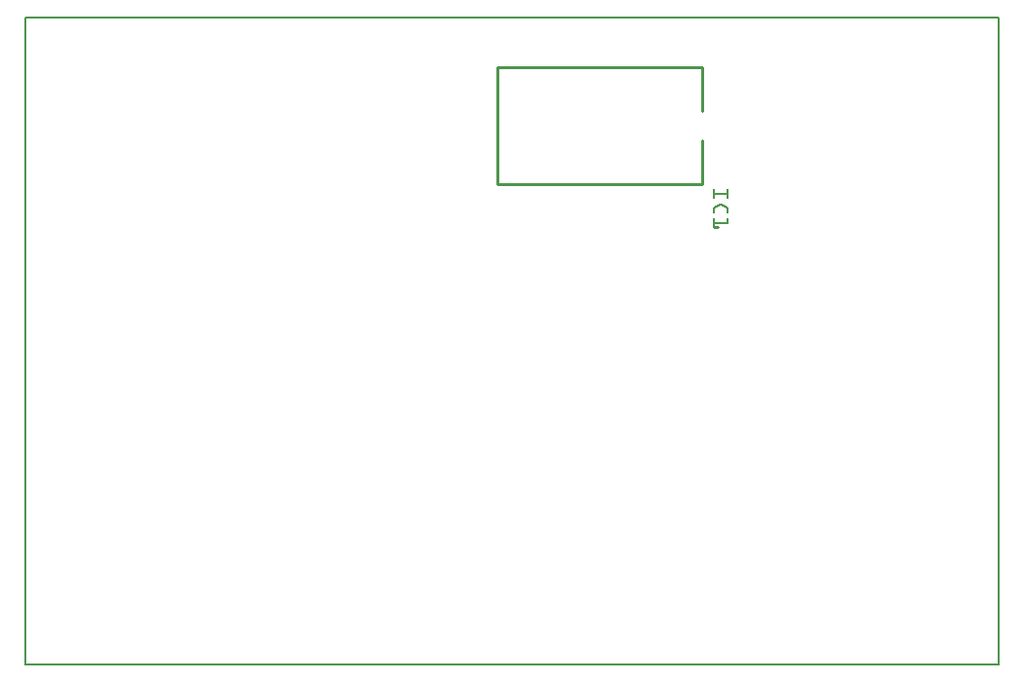
<source format=gto>
G04 MADE WITH FRITZING*
G04 WWW.FRITZING.ORG*
G04 DOUBLE SIDED*
G04 HOLES PLATED*
G04 CONTOUR ON CENTER OF CONTOUR VECTOR*
%ASAXBY*%
%FSLAX23Y23*%
%MOIN*%
%OFA0B0*%
%SFA1.0B1.0*%
%ADD10R,3.333330X2.222220X3.317330X2.206220*%
%ADD11C,0.008000*%
%ADD12C,0.010000*%
%ADD13R,0.001000X0.001000*%
%LNSILK1*%
G90*
G70*
G54D11*
X4Y2218D02*
X3329Y2218D01*
X3329Y4D01*
X4Y4D01*
X4Y2218D01*
D02*
G54D12*
X2318Y2048D02*
X1618Y2048D01*
D02*
X1618Y2048D02*
X1618Y1648D01*
D02*
X1618Y1648D02*
X2318Y1648D01*
D02*
X2318Y2048D02*
X2318Y1898D01*
D02*
X2318Y1798D02*
X2318Y1648D01*
G54D13*
X2355Y1630D02*
X2358Y1630D01*
X2402Y1630D02*
X2405Y1630D01*
X2354Y1629D02*
X2359Y1629D01*
X2401Y1629D02*
X2406Y1629D01*
X2354Y1628D02*
X2359Y1628D01*
X2401Y1628D02*
X2406Y1628D01*
X2353Y1627D02*
X2359Y1627D01*
X2401Y1627D02*
X2407Y1627D01*
X2353Y1626D02*
X2359Y1626D01*
X2401Y1626D02*
X2407Y1626D01*
X2353Y1625D02*
X2359Y1625D01*
X2401Y1625D02*
X2407Y1625D01*
X2353Y1624D02*
X2359Y1624D01*
X2401Y1624D02*
X2407Y1624D01*
X2353Y1623D02*
X2359Y1623D01*
X2401Y1623D02*
X2407Y1623D01*
X2353Y1622D02*
X2359Y1622D01*
X2401Y1622D02*
X2407Y1622D01*
X2353Y1621D02*
X2359Y1621D01*
X2401Y1621D02*
X2407Y1621D01*
X2353Y1620D02*
X2359Y1620D01*
X2401Y1620D02*
X2407Y1620D01*
X2353Y1619D02*
X2359Y1619D01*
X2401Y1619D02*
X2407Y1619D01*
X2353Y1618D02*
X2359Y1618D01*
X2401Y1618D02*
X2407Y1618D01*
X2353Y1617D02*
X2407Y1617D01*
X2353Y1616D02*
X2407Y1616D01*
X2353Y1615D02*
X2407Y1615D01*
X2353Y1614D02*
X2407Y1614D01*
X2353Y1613D02*
X2407Y1613D01*
X2353Y1612D02*
X2407Y1612D01*
X2353Y1611D02*
X2407Y1611D01*
X2353Y1610D02*
X2360Y1610D01*
X2400Y1610D02*
X2407Y1610D01*
X2353Y1609D02*
X2359Y1609D01*
X2401Y1609D02*
X2407Y1609D01*
X2353Y1608D02*
X2359Y1608D01*
X2401Y1608D02*
X2407Y1608D01*
X2353Y1607D02*
X2359Y1607D01*
X2401Y1607D02*
X2407Y1607D01*
X2353Y1606D02*
X2359Y1606D01*
X2401Y1606D02*
X2407Y1606D01*
X2353Y1605D02*
X2359Y1605D01*
X2401Y1605D02*
X2407Y1605D01*
X2353Y1604D02*
X2359Y1604D01*
X2401Y1604D02*
X2407Y1604D01*
X2353Y1603D02*
X2359Y1603D01*
X2401Y1603D02*
X2407Y1603D01*
X2353Y1602D02*
X2359Y1602D01*
X2401Y1602D02*
X2407Y1602D01*
X2353Y1601D02*
X2359Y1601D01*
X2401Y1601D02*
X2407Y1601D01*
X2353Y1600D02*
X2359Y1600D01*
X2401Y1600D02*
X2407Y1600D01*
X2354Y1599D02*
X2359Y1599D01*
X2401Y1599D02*
X2406Y1599D01*
X2354Y1598D02*
X2359Y1598D01*
X2401Y1598D02*
X2406Y1598D01*
X2355Y1597D02*
X2358Y1597D01*
X2402Y1597D02*
X2405Y1597D01*
X2376Y1580D02*
X2384Y1580D01*
X2373Y1579D02*
X2387Y1579D01*
X2371Y1578D02*
X2389Y1578D01*
X2369Y1577D02*
X2391Y1577D01*
X2367Y1576D02*
X2393Y1576D01*
X2365Y1575D02*
X2395Y1575D01*
X2363Y1574D02*
X2397Y1574D01*
X2361Y1573D02*
X2376Y1573D01*
X2384Y1573D02*
X2399Y1573D01*
X2359Y1572D02*
X2374Y1572D01*
X2386Y1572D02*
X2401Y1572D01*
X2358Y1571D02*
X2372Y1571D01*
X2388Y1571D02*
X2402Y1571D01*
X2357Y1570D02*
X2370Y1570D01*
X2390Y1570D02*
X2404Y1570D01*
X2356Y1569D02*
X2368Y1569D01*
X2392Y1569D02*
X2404Y1569D01*
X2355Y1568D02*
X2366Y1568D01*
X2394Y1568D02*
X2405Y1568D01*
X2354Y1567D02*
X2364Y1567D01*
X2396Y1567D02*
X2406Y1567D01*
X2354Y1566D02*
X2362Y1566D01*
X2398Y1566D02*
X2406Y1566D01*
X2354Y1565D02*
X2360Y1565D01*
X2400Y1565D02*
X2406Y1565D01*
X2354Y1564D02*
X2360Y1564D01*
X2400Y1564D02*
X2406Y1564D01*
X2353Y1563D02*
X2359Y1563D01*
X2401Y1563D02*
X2407Y1563D01*
X2353Y1562D02*
X2359Y1562D01*
X2401Y1562D02*
X2407Y1562D01*
X2353Y1561D02*
X2359Y1561D01*
X2401Y1561D02*
X2407Y1561D01*
X2353Y1560D02*
X2359Y1560D01*
X2401Y1560D02*
X2407Y1560D01*
X2353Y1559D02*
X2359Y1559D01*
X2401Y1559D02*
X2407Y1559D01*
X2353Y1558D02*
X2359Y1558D01*
X2401Y1558D02*
X2407Y1558D01*
X2353Y1557D02*
X2359Y1557D01*
X2401Y1557D02*
X2407Y1557D01*
X2353Y1556D02*
X2359Y1556D01*
X2401Y1556D02*
X2407Y1556D01*
X2353Y1555D02*
X2359Y1555D01*
X2401Y1555D02*
X2407Y1555D01*
X2353Y1554D02*
X2359Y1554D01*
X2401Y1554D02*
X2407Y1554D01*
X2353Y1553D02*
X2359Y1553D01*
X2401Y1553D02*
X2407Y1553D01*
X2353Y1552D02*
X2359Y1552D01*
X2401Y1552D02*
X2407Y1552D01*
X2353Y1551D02*
X2359Y1551D01*
X2401Y1551D02*
X2407Y1551D01*
X2353Y1550D02*
X2359Y1550D01*
X2401Y1550D02*
X2407Y1550D01*
X2354Y1549D02*
X2359Y1549D01*
X2401Y1549D02*
X2406Y1549D01*
X2354Y1548D02*
X2359Y1548D01*
X2401Y1548D02*
X2406Y1548D01*
X2355Y1547D02*
X2358Y1547D01*
X2402Y1547D02*
X2405Y1547D01*
X2355Y1530D02*
X2358Y1530D01*
X2402Y1530D02*
X2405Y1530D01*
X2354Y1529D02*
X2359Y1529D01*
X2401Y1529D02*
X2406Y1529D01*
X2354Y1528D02*
X2359Y1528D01*
X2401Y1528D02*
X2406Y1528D01*
X2353Y1527D02*
X2359Y1527D01*
X2401Y1527D02*
X2407Y1527D01*
X2353Y1526D02*
X2359Y1526D01*
X2401Y1526D02*
X2407Y1526D01*
X2353Y1525D02*
X2359Y1525D01*
X2401Y1525D02*
X2407Y1525D01*
X2353Y1524D02*
X2359Y1524D01*
X2401Y1524D02*
X2407Y1524D01*
X2353Y1523D02*
X2359Y1523D01*
X2401Y1523D02*
X2407Y1523D01*
X2353Y1522D02*
X2359Y1522D01*
X2401Y1522D02*
X2407Y1522D01*
X2353Y1521D02*
X2359Y1521D01*
X2401Y1521D02*
X2407Y1521D01*
X2353Y1520D02*
X2359Y1520D01*
X2401Y1520D02*
X2407Y1520D01*
X2353Y1519D02*
X2359Y1519D01*
X2401Y1519D02*
X2407Y1519D01*
X2353Y1518D02*
X2359Y1518D01*
X2401Y1518D02*
X2407Y1518D01*
X2353Y1517D02*
X2360Y1517D01*
X2400Y1517D02*
X2407Y1517D01*
X2353Y1516D02*
X2407Y1516D01*
X2353Y1515D02*
X2407Y1515D01*
X2353Y1514D02*
X2407Y1514D01*
X2353Y1513D02*
X2407Y1513D01*
X2353Y1512D02*
X2407Y1512D01*
X2353Y1511D02*
X2407Y1511D01*
X2353Y1510D02*
X2406Y1510D01*
X2353Y1509D02*
X2359Y1509D01*
X2353Y1508D02*
X2359Y1508D01*
X2353Y1507D02*
X2359Y1507D01*
X2353Y1506D02*
X2359Y1506D01*
X2353Y1505D02*
X2359Y1505D01*
X2353Y1504D02*
X2359Y1504D01*
X2353Y1503D02*
X2373Y1503D01*
X2353Y1502D02*
X2376Y1502D01*
X2353Y1501D02*
X2377Y1501D01*
X2353Y1500D02*
X2377Y1500D01*
X2354Y1499D02*
X2377Y1499D01*
X2354Y1498D02*
X2377Y1498D01*
X2355Y1497D02*
X2376Y1497D01*
X2357Y1496D02*
X2374Y1496D01*
D02*
G04 End of Silk1*
M02*
</source>
